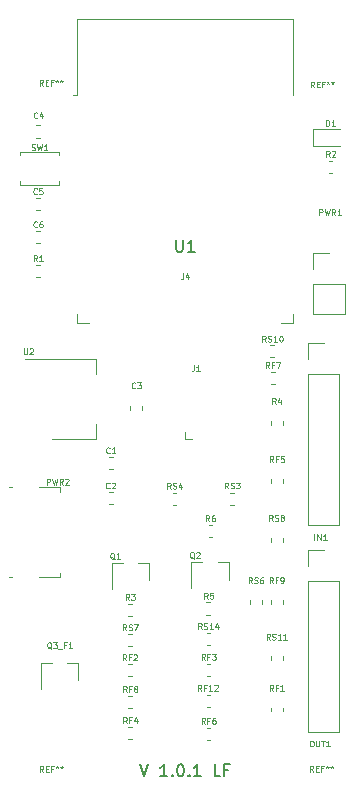
<source format=gto>
G04 #@! TF.GenerationSoftware,KiCad,Pcbnew,(5.1.4)-1*
G04 #@! TF.CreationDate,2019-12-13T15:16:28+08:00*
G04 #@! TF.ProjectId,esp-break,6573702d-6272-4656-916b-2e6b69636164,rev?*
G04 #@! TF.SameCoordinates,Original*
G04 #@! TF.FileFunction,Legend,Top*
G04 #@! TF.FilePolarity,Positive*
%FSLAX46Y46*%
G04 Gerber Fmt 4.6, Leading zero omitted, Abs format (unit mm)*
G04 Created by KiCad (PCBNEW (5.1.4)-1) date 2019-12-13 15:16:28*
%MOMM*%
%LPD*%
G04 APERTURE LIST*
%ADD10C,0.150000*%
%ADD11C,0.120000*%
%ADD12C,0.125000*%
G04 APERTURE END LIST*
D10*
X112778066Y-111720380D02*
X113111400Y-112720380D01*
X113444733Y-111720380D01*
X115063780Y-112720380D02*
X114492352Y-112720380D01*
X114778066Y-112720380D02*
X114778066Y-111720380D01*
X114682828Y-111863238D01*
X114587590Y-111958476D01*
X114492352Y-112006095D01*
X115492352Y-112625142D02*
X115539971Y-112672761D01*
X115492352Y-112720380D01*
X115444733Y-112672761D01*
X115492352Y-112625142D01*
X115492352Y-112720380D01*
X116159019Y-111720380D02*
X116254257Y-111720380D01*
X116349495Y-111768000D01*
X116397114Y-111815619D01*
X116444733Y-111910857D01*
X116492352Y-112101333D01*
X116492352Y-112339428D01*
X116444733Y-112529904D01*
X116397114Y-112625142D01*
X116349495Y-112672761D01*
X116254257Y-112720380D01*
X116159019Y-112720380D01*
X116063780Y-112672761D01*
X116016161Y-112625142D01*
X115968542Y-112529904D01*
X115920923Y-112339428D01*
X115920923Y-112101333D01*
X115968542Y-111910857D01*
X116016161Y-111815619D01*
X116063780Y-111768000D01*
X116159019Y-111720380D01*
X116920923Y-112625142D02*
X116968542Y-112672761D01*
X116920923Y-112720380D01*
X116873304Y-112672761D01*
X116920923Y-112625142D01*
X116920923Y-112720380D01*
X117920923Y-112720380D02*
X117349495Y-112720380D01*
X117635209Y-112720380D02*
X117635209Y-111720380D01*
X117539971Y-111863238D01*
X117444733Y-111958476D01*
X117349495Y-112006095D01*
X119587590Y-112720380D02*
X119111400Y-112720380D01*
X119111400Y-111720380D01*
X120254257Y-112196571D02*
X119920923Y-112196571D01*
X119920923Y-112720380D02*
X119920923Y-111720380D01*
X120397114Y-111720380D01*
D11*
X118729979Y-105839800D02*
X118404421Y-105839800D01*
X118729979Y-106859800D02*
X118404421Y-106859800D01*
X118404421Y-104218200D02*
X118729979Y-104218200D01*
X118404421Y-103198200D02*
X118729979Y-103198200D01*
X118404421Y-101627400D02*
X118729979Y-101627400D01*
X118404421Y-100607400D02*
X118729979Y-100607400D01*
X118401421Y-99036600D02*
X118726979Y-99036600D01*
X118401421Y-98016600D02*
X118726979Y-98016600D01*
X118412041Y-109623320D02*
X118737599Y-109623320D01*
X118412041Y-108603320D02*
X118737599Y-108603320D01*
X111775021Y-106961400D02*
X112100579Y-106961400D01*
X111775021Y-105941400D02*
X112100579Y-105941400D01*
X111746621Y-104269000D02*
X112072179Y-104269000D01*
X111746621Y-103249000D02*
X112072179Y-103249000D01*
X111772021Y-101729000D02*
X112097579Y-101729000D01*
X111772021Y-100709000D02*
X112097579Y-100709000D01*
X111772021Y-99138200D02*
X112097579Y-99138200D01*
X111772021Y-98118200D02*
X112097579Y-98118200D01*
X112100579Y-108590620D02*
X111775021Y-108590620D01*
X112100579Y-109610620D02*
X111775021Y-109610620D01*
X118579221Y-92483400D02*
X118904779Y-92483400D01*
X118579221Y-91463400D02*
X118904779Y-91463400D01*
X124843000Y-102905779D02*
X124843000Y-102580221D01*
X123823000Y-102905779D02*
X123823000Y-102580221D01*
X115859779Y-88720200D02*
X115534221Y-88720200D01*
X115859779Y-89740200D02*
X115534221Y-89740200D01*
X120736579Y-88720200D02*
X120411021Y-88720200D01*
X120736579Y-89740200D02*
X120411021Y-89740200D01*
X123823000Y-92547221D02*
X123823000Y-92872779D01*
X124843000Y-92547221D02*
X124843000Y-92872779D01*
X123823000Y-87568821D02*
X123823000Y-87894379D01*
X124843000Y-87568821D02*
X124843000Y-87894379D01*
X123823000Y-82641221D02*
X123823000Y-82966779D01*
X124843000Y-82641221D02*
X124843000Y-82966779D01*
X110124021Y-89714800D02*
X110449579Y-89714800D01*
X110124021Y-88694800D02*
X110449579Y-88694800D01*
X110124021Y-86717600D02*
X110449579Y-86717600D01*
X110124021Y-85697600D02*
X110449579Y-85697600D01*
X111958660Y-81358521D02*
X111958660Y-81684079D01*
X112978660Y-81358521D02*
X112978660Y-81684079D01*
X104305779Y-69441600D02*
X103980221Y-69441600D01*
X104305779Y-70461600D02*
X103980221Y-70461600D01*
X129067779Y-60625260D02*
X128742221Y-60625260D01*
X129067779Y-61645260D02*
X128742221Y-61645260D01*
X124848080Y-107239019D02*
X124848080Y-106913461D01*
X123828080Y-107239019D02*
X123828080Y-106913461D01*
X123090400Y-98130579D02*
X123090400Y-97805021D01*
X122070400Y-98130579D02*
X122070400Y-97805021D01*
X123828080Y-97797401D02*
X123828080Y-98122959D01*
X124848080Y-97797401D02*
X124848080Y-98122959D01*
X124140179Y-76248800D02*
X123814621Y-76248800D01*
X124140179Y-77268800D02*
X123814621Y-77268800D01*
X124165579Y-78484000D02*
X123840021Y-78484000D01*
X124165579Y-79504000D02*
X123840021Y-79504000D01*
X103974221Y-67591400D02*
X104299779Y-67591400D01*
X103974221Y-66571400D02*
X104299779Y-66571400D01*
X103974221Y-64797400D02*
X104299779Y-64797400D01*
X103974221Y-63777400D02*
X104299779Y-63777400D01*
X104325639Y-57630600D02*
X104000081Y-57630600D01*
X104325639Y-58650600D02*
X104000081Y-58650600D01*
X127425080Y-59358200D02*
X129710080Y-59358200D01*
X127425080Y-57888200D02*
X127425080Y-59358200D01*
X129710080Y-57888200D02*
X127425080Y-57888200D01*
X105917000Y-60164800D02*
X105917000Y-59864800D01*
X105917000Y-59864800D02*
X102617000Y-59864800D01*
X102617000Y-59864800D02*
X102617000Y-60164800D01*
X105917000Y-62364800D02*
X105917000Y-62664800D01*
X105917000Y-62664800D02*
X102617000Y-62664800D01*
X102617000Y-62664800D02*
X102617000Y-62364800D01*
X107466000Y-73616000D02*
X107466000Y-74396000D01*
X107466000Y-74396000D02*
X108466000Y-74396000D01*
X125706000Y-73616000D02*
X125706000Y-74396000D01*
X125706000Y-74396000D02*
X124706000Y-74396000D01*
X107466000Y-48651000D02*
X125706000Y-48651000D01*
X125706000Y-48651000D02*
X125706000Y-55071000D01*
X107466000Y-48651000D02*
X107466000Y-55071000D01*
X107466000Y-55071000D02*
X107086000Y-55071000D01*
X116560600Y-84201000D02*
X116560600Y-83566000D01*
X117195600Y-84201000D02*
X116560600Y-84201000D01*
X126990800Y-91449200D02*
X129650800Y-91449200D01*
X126990800Y-78689200D02*
X126990800Y-91449200D01*
X129650800Y-78689200D02*
X129650800Y-91449200D01*
X126990800Y-78689200D02*
X129650800Y-78689200D01*
X126990800Y-77419200D02*
X126990800Y-76089200D01*
X126990800Y-76089200D02*
X128320800Y-76089200D01*
X126990800Y-93589800D02*
X128320800Y-93589800D01*
X126990800Y-94919800D02*
X126990800Y-93589800D01*
X126990800Y-96189800D02*
X129650800Y-96189800D01*
X129650800Y-96189800D02*
X129650800Y-108949800D01*
X126990800Y-96189800D02*
X126990800Y-108949800D01*
X126990800Y-108949800D02*
X129650800Y-108949800D01*
X127427680Y-73631100D02*
X130087680Y-73631100D01*
X127427680Y-71031100D02*
X127427680Y-73631100D01*
X130087680Y-71031100D02*
X130087680Y-73631100D01*
X127427680Y-71031100D02*
X130087680Y-71031100D01*
X127427680Y-69761100D02*
X127427680Y-68431100D01*
X127427680Y-68431100D02*
X128757680Y-68431100D01*
X113543200Y-94677200D02*
X113543200Y-96137200D01*
X110383200Y-94677200D02*
X110383200Y-96837200D01*
X110383200Y-94677200D02*
X111313200Y-94677200D01*
X113543200Y-94677200D02*
X112613200Y-94677200D01*
X120274200Y-94617000D02*
X119344200Y-94617000D01*
X117114200Y-94617000D02*
X118044200Y-94617000D01*
X117114200Y-94617000D02*
X117114200Y-96777000D01*
X120274200Y-94617000D02*
X120274200Y-96077000D01*
X109072200Y-84207400D02*
X109072200Y-82947400D01*
X109072200Y-77387400D02*
X109072200Y-78647400D01*
X105312200Y-84207400D02*
X109072200Y-84207400D01*
X103062200Y-77387400D02*
X109072200Y-77387400D01*
X107548800Y-103142000D02*
X106618800Y-103142000D01*
X104388800Y-103142000D02*
X105318800Y-103142000D01*
X104388800Y-103142000D02*
X104388800Y-105302000D01*
X107548800Y-103142000D02*
X107548800Y-104602000D01*
X106002400Y-95885000D02*
X106002400Y-95505000D01*
X101952400Y-95885000D02*
X101692400Y-95885000D01*
X106002400Y-95885000D02*
X104232400Y-95885000D01*
X106002400Y-88265000D02*
X106002400Y-88645000D01*
X104232400Y-88265000D02*
X106002400Y-88265000D01*
X101692400Y-88265000D02*
X101952400Y-88265000D01*
D12*
X117978145Y-105486330D02*
X117811479Y-105248235D01*
X117692431Y-105486330D02*
X117692431Y-104986330D01*
X117882907Y-104986330D01*
X117930526Y-105010140D01*
X117954336Y-105033949D01*
X117978145Y-105081568D01*
X117978145Y-105152997D01*
X117954336Y-105200616D01*
X117930526Y-105224425D01*
X117882907Y-105248235D01*
X117692431Y-105248235D01*
X118359098Y-105224425D02*
X118192431Y-105224425D01*
X118192431Y-105486330D02*
X118192431Y-104986330D01*
X118430526Y-104986330D01*
X118882907Y-105486330D02*
X118597193Y-105486330D01*
X118740050Y-105486330D02*
X118740050Y-104986330D01*
X118692431Y-105057759D01*
X118644812Y-105105378D01*
X118597193Y-105129187D01*
X119073383Y-105033949D02*
X119097193Y-105010140D01*
X119144812Y-104986330D01*
X119263860Y-104986330D01*
X119311479Y-105010140D01*
X119335288Y-105033949D01*
X119359098Y-105081568D01*
X119359098Y-105129187D01*
X119335288Y-105200616D01*
X119049574Y-105486330D01*
X119359098Y-105486330D01*
X118272120Y-102867590D02*
X118105454Y-102629495D01*
X117986406Y-102867590D02*
X117986406Y-102367590D01*
X118176882Y-102367590D01*
X118224501Y-102391400D01*
X118248311Y-102415209D01*
X118272120Y-102462828D01*
X118272120Y-102534257D01*
X118248311Y-102581876D01*
X118224501Y-102605685D01*
X118176882Y-102629495D01*
X117986406Y-102629495D01*
X118653073Y-102605685D02*
X118486406Y-102605685D01*
X118486406Y-102867590D02*
X118486406Y-102367590D01*
X118724501Y-102367590D01*
X118867359Y-102367590D02*
X119176882Y-102367590D01*
X119010216Y-102558066D01*
X119081644Y-102558066D01*
X119129263Y-102581876D01*
X119153073Y-102605685D01*
X119176882Y-102653304D01*
X119176882Y-102772352D01*
X119153073Y-102819971D01*
X119129263Y-102843780D01*
X119081644Y-102867590D01*
X118938787Y-102867590D01*
X118891168Y-102843780D01*
X118867359Y-102819971D01*
X117994976Y-100266630D02*
X117828309Y-100028535D01*
X117709261Y-100266630D02*
X117709261Y-99766630D01*
X117899738Y-99766630D01*
X117947357Y-99790440D01*
X117971166Y-99814249D01*
X117994976Y-99861868D01*
X117994976Y-99933297D01*
X117971166Y-99980916D01*
X117947357Y-100004725D01*
X117899738Y-100028535D01*
X117709261Y-100028535D01*
X118185452Y-100242820D02*
X118256880Y-100266630D01*
X118375928Y-100266630D01*
X118423547Y-100242820D01*
X118447357Y-100219011D01*
X118471166Y-100171392D01*
X118471166Y-100123773D01*
X118447357Y-100076154D01*
X118423547Y-100052344D01*
X118375928Y-100028535D01*
X118280690Y-100004725D01*
X118233071Y-99980916D01*
X118209261Y-99957106D01*
X118185452Y-99909487D01*
X118185452Y-99861868D01*
X118209261Y-99814249D01*
X118233071Y-99790440D01*
X118280690Y-99766630D01*
X118399738Y-99766630D01*
X118471166Y-99790440D01*
X118947357Y-100266630D02*
X118661642Y-100266630D01*
X118804500Y-100266630D02*
X118804500Y-99766630D01*
X118756880Y-99838059D01*
X118709261Y-99885678D01*
X118661642Y-99909487D01*
X119375928Y-99933297D02*
X119375928Y-100266630D01*
X119256880Y-99742820D02*
X119137833Y-100099963D01*
X119447357Y-100099963D01*
X118488946Y-97688530D02*
X118322280Y-97450435D01*
X118203232Y-97688530D02*
X118203232Y-97188530D01*
X118393708Y-97188530D01*
X118441327Y-97212340D01*
X118465137Y-97236149D01*
X118488946Y-97283768D01*
X118488946Y-97355197D01*
X118465137Y-97402816D01*
X118441327Y-97426625D01*
X118393708Y-97450435D01*
X118203232Y-97450435D01*
X118941327Y-97188530D02*
X118703232Y-97188530D01*
X118679422Y-97426625D01*
X118703232Y-97402816D01*
X118750851Y-97379006D01*
X118869899Y-97379006D01*
X118917518Y-97402816D01*
X118941327Y-97426625D01*
X118965137Y-97474244D01*
X118965137Y-97593292D01*
X118941327Y-97640911D01*
X118917518Y-97664720D01*
X118869899Y-97688530D01*
X118750851Y-97688530D01*
X118703232Y-97664720D01*
X118679422Y-97640911D01*
X118271660Y-108275250D02*
X118104994Y-108037155D01*
X117985946Y-108275250D02*
X117985946Y-107775250D01*
X118176422Y-107775250D01*
X118224041Y-107799060D01*
X118247851Y-107822869D01*
X118271660Y-107870488D01*
X118271660Y-107941917D01*
X118247851Y-107989536D01*
X118224041Y-108013345D01*
X118176422Y-108037155D01*
X117985946Y-108037155D01*
X118652613Y-108013345D02*
X118485946Y-108013345D01*
X118485946Y-108275250D02*
X118485946Y-107775250D01*
X118724041Y-107775250D01*
X119128803Y-107775250D02*
X119033565Y-107775250D01*
X118985946Y-107799060D01*
X118962137Y-107822869D01*
X118914518Y-107894298D01*
X118890708Y-107989536D01*
X118890708Y-108180012D01*
X118914518Y-108227631D01*
X118938327Y-108251440D01*
X118985946Y-108275250D01*
X119081184Y-108275250D01*
X119128803Y-108251440D01*
X119152613Y-108227631D01*
X119176422Y-108180012D01*
X119176422Y-108060964D01*
X119152613Y-108013345D01*
X119128803Y-107989536D01*
X119081184Y-107965726D01*
X118985946Y-107965726D01*
X118938327Y-107989536D01*
X118914518Y-108013345D01*
X118890708Y-108060964D01*
X111650340Y-105587930D02*
X111483674Y-105349835D01*
X111364626Y-105587930D02*
X111364626Y-105087930D01*
X111555102Y-105087930D01*
X111602721Y-105111740D01*
X111626531Y-105135549D01*
X111650340Y-105183168D01*
X111650340Y-105254597D01*
X111626531Y-105302216D01*
X111602721Y-105326025D01*
X111555102Y-105349835D01*
X111364626Y-105349835D01*
X112031293Y-105326025D02*
X111864626Y-105326025D01*
X111864626Y-105587930D02*
X111864626Y-105087930D01*
X112102721Y-105087930D01*
X112364626Y-105302216D02*
X112317007Y-105278406D01*
X112293198Y-105254597D01*
X112269388Y-105206978D01*
X112269388Y-105183168D01*
X112293198Y-105135549D01*
X112317007Y-105111740D01*
X112364626Y-105087930D01*
X112459864Y-105087930D01*
X112507483Y-105111740D01*
X112531293Y-105135549D01*
X112555102Y-105183168D01*
X112555102Y-105206978D01*
X112531293Y-105254597D01*
X112507483Y-105278406D01*
X112459864Y-105302216D01*
X112364626Y-105302216D01*
X112317007Y-105326025D01*
X112293198Y-105349835D01*
X112269388Y-105397454D01*
X112269388Y-105492692D01*
X112293198Y-105540311D01*
X112317007Y-105564120D01*
X112364626Y-105587930D01*
X112459864Y-105587930D01*
X112507483Y-105564120D01*
X112531293Y-105540311D01*
X112555102Y-105492692D01*
X112555102Y-105397454D01*
X112531293Y-105349835D01*
X112507483Y-105326025D01*
X112459864Y-105302216D01*
X111607160Y-102918390D02*
X111440494Y-102680295D01*
X111321446Y-102918390D02*
X111321446Y-102418390D01*
X111511922Y-102418390D01*
X111559541Y-102442200D01*
X111583351Y-102466009D01*
X111607160Y-102513628D01*
X111607160Y-102585057D01*
X111583351Y-102632676D01*
X111559541Y-102656485D01*
X111511922Y-102680295D01*
X111321446Y-102680295D01*
X111988113Y-102656485D02*
X111821446Y-102656485D01*
X111821446Y-102918390D02*
X111821446Y-102418390D01*
X112059541Y-102418390D01*
X112226208Y-102466009D02*
X112250018Y-102442200D01*
X112297637Y-102418390D01*
X112416684Y-102418390D01*
X112464303Y-102442200D01*
X112488113Y-102466009D01*
X112511922Y-102513628D01*
X112511922Y-102561247D01*
X112488113Y-102632676D01*
X112202399Y-102918390D01*
X112511922Y-102918390D01*
X111623991Y-100370770D02*
X111457324Y-100132675D01*
X111338277Y-100370770D02*
X111338277Y-99870770D01*
X111528753Y-99870770D01*
X111576372Y-99894580D01*
X111600181Y-99918389D01*
X111623991Y-99966008D01*
X111623991Y-100037437D01*
X111600181Y-100085056D01*
X111576372Y-100108865D01*
X111528753Y-100132675D01*
X111338277Y-100132675D01*
X111814467Y-100346960D02*
X111885896Y-100370770D01*
X112004943Y-100370770D01*
X112052562Y-100346960D01*
X112076372Y-100323151D01*
X112100181Y-100275532D01*
X112100181Y-100227913D01*
X112076372Y-100180294D01*
X112052562Y-100156484D01*
X112004943Y-100132675D01*
X111909705Y-100108865D01*
X111862086Y-100085056D01*
X111838277Y-100061246D01*
X111814467Y-100013627D01*
X111814467Y-99966008D01*
X111838277Y-99918389D01*
X111862086Y-99894580D01*
X111909705Y-99870770D01*
X112028753Y-99870770D01*
X112100181Y-99894580D01*
X112266848Y-99870770D02*
X112600181Y-99870770D01*
X112385896Y-100370770D01*
X111857006Y-97792670D02*
X111690340Y-97554575D01*
X111571292Y-97792670D02*
X111571292Y-97292670D01*
X111761768Y-97292670D01*
X111809387Y-97316480D01*
X111833197Y-97340289D01*
X111857006Y-97387908D01*
X111857006Y-97459337D01*
X111833197Y-97506956D01*
X111809387Y-97530765D01*
X111761768Y-97554575D01*
X111571292Y-97554575D01*
X112023673Y-97292670D02*
X112333197Y-97292670D01*
X112166530Y-97483146D01*
X112237959Y-97483146D01*
X112285578Y-97506956D01*
X112309387Y-97530765D01*
X112333197Y-97578384D01*
X112333197Y-97697432D01*
X112309387Y-97745051D01*
X112285578Y-97768860D01*
X112237959Y-97792670D01*
X112095101Y-97792670D01*
X112047482Y-97768860D01*
X112023673Y-97745051D01*
X111655420Y-108247310D02*
X111488754Y-108009215D01*
X111369706Y-108247310D02*
X111369706Y-107747310D01*
X111560182Y-107747310D01*
X111607801Y-107771120D01*
X111631611Y-107794929D01*
X111655420Y-107842548D01*
X111655420Y-107913977D01*
X111631611Y-107961596D01*
X111607801Y-107985405D01*
X111560182Y-108009215D01*
X111369706Y-108009215D01*
X112036373Y-107985405D02*
X111869706Y-107985405D01*
X111869706Y-108247310D02*
X111869706Y-107747310D01*
X112107801Y-107747310D01*
X112512563Y-107913977D02*
X112512563Y-108247310D01*
X112393516Y-107723500D02*
X112274468Y-108080643D01*
X112583992Y-108080643D01*
X118641346Y-91137870D02*
X118474680Y-90899775D01*
X118355632Y-91137870D02*
X118355632Y-90637870D01*
X118546108Y-90637870D01*
X118593727Y-90661680D01*
X118617537Y-90685489D01*
X118641346Y-90733108D01*
X118641346Y-90804537D01*
X118617537Y-90852156D01*
X118593727Y-90875965D01*
X118546108Y-90899775D01*
X118355632Y-90899775D01*
X119069918Y-90637870D02*
X118974680Y-90637870D01*
X118927060Y-90661680D01*
X118903251Y-90685489D01*
X118855632Y-90756918D01*
X118831822Y-90852156D01*
X118831822Y-91042632D01*
X118855632Y-91090251D01*
X118879441Y-91114060D01*
X118927060Y-91137870D01*
X119022299Y-91137870D01*
X119069918Y-91114060D01*
X119093727Y-91090251D01*
X119117537Y-91042632D01*
X119117537Y-90923584D01*
X119093727Y-90875965D01*
X119069918Y-90852156D01*
X119022299Y-90828346D01*
X118927060Y-90828346D01*
X118879441Y-90852156D01*
X118855632Y-90875965D01*
X118831822Y-90923584D01*
X123776016Y-101160710D02*
X123609349Y-100922615D01*
X123490301Y-101160710D02*
X123490301Y-100660710D01*
X123680778Y-100660710D01*
X123728397Y-100684520D01*
X123752206Y-100708329D01*
X123776016Y-100755948D01*
X123776016Y-100827377D01*
X123752206Y-100874996D01*
X123728397Y-100898805D01*
X123680778Y-100922615D01*
X123490301Y-100922615D01*
X123966492Y-101136900D02*
X124037920Y-101160710D01*
X124156968Y-101160710D01*
X124204587Y-101136900D01*
X124228397Y-101113091D01*
X124252206Y-101065472D01*
X124252206Y-101017853D01*
X124228397Y-100970234D01*
X124204587Y-100946424D01*
X124156968Y-100922615D01*
X124061730Y-100898805D01*
X124014111Y-100874996D01*
X123990301Y-100851186D01*
X123966492Y-100803567D01*
X123966492Y-100755948D01*
X123990301Y-100708329D01*
X124014111Y-100684520D01*
X124061730Y-100660710D01*
X124180778Y-100660710D01*
X124252206Y-100684520D01*
X124728397Y-101160710D02*
X124442682Y-101160710D01*
X124585540Y-101160710D02*
X124585540Y-100660710D01*
X124537920Y-100732139D01*
X124490301Y-100779758D01*
X124442682Y-100803567D01*
X125204587Y-101160710D02*
X124918873Y-101160710D01*
X125061730Y-101160710D02*
X125061730Y-100660710D01*
X125014111Y-100732139D01*
X124966492Y-100779758D01*
X124918873Y-100803567D01*
X115375571Y-88384510D02*
X115208904Y-88146415D01*
X115089857Y-88384510D02*
X115089857Y-87884510D01*
X115280333Y-87884510D01*
X115327952Y-87908320D01*
X115351761Y-87932129D01*
X115375571Y-87979748D01*
X115375571Y-88051177D01*
X115351761Y-88098796D01*
X115327952Y-88122605D01*
X115280333Y-88146415D01*
X115089857Y-88146415D01*
X115566047Y-88360700D02*
X115637476Y-88384510D01*
X115756523Y-88384510D01*
X115804142Y-88360700D01*
X115827952Y-88336891D01*
X115851761Y-88289272D01*
X115851761Y-88241653D01*
X115827952Y-88194034D01*
X115804142Y-88170224D01*
X115756523Y-88146415D01*
X115661285Y-88122605D01*
X115613666Y-88098796D01*
X115589857Y-88074986D01*
X115566047Y-88027367D01*
X115566047Y-87979748D01*
X115589857Y-87932129D01*
X115613666Y-87908320D01*
X115661285Y-87884510D01*
X115780333Y-87884510D01*
X115851761Y-87908320D01*
X116280333Y-88051177D02*
X116280333Y-88384510D01*
X116161285Y-87860700D02*
X116042238Y-88217843D01*
X116351761Y-88217843D01*
X120252371Y-88361650D02*
X120085704Y-88123555D01*
X119966657Y-88361650D02*
X119966657Y-87861650D01*
X120157133Y-87861650D01*
X120204752Y-87885460D01*
X120228561Y-87909269D01*
X120252371Y-87956888D01*
X120252371Y-88028317D01*
X120228561Y-88075936D01*
X120204752Y-88099745D01*
X120157133Y-88123555D01*
X119966657Y-88123555D01*
X120442847Y-88337840D02*
X120514276Y-88361650D01*
X120633323Y-88361650D01*
X120680942Y-88337840D01*
X120704752Y-88314031D01*
X120728561Y-88266412D01*
X120728561Y-88218793D01*
X120704752Y-88171174D01*
X120680942Y-88147364D01*
X120633323Y-88123555D01*
X120538085Y-88099745D01*
X120490466Y-88075936D01*
X120466657Y-88052126D01*
X120442847Y-88004507D01*
X120442847Y-87956888D01*
X120466657Y-87909269D01*
X120490466Y-87885460D01*
X120538085Y-87861650D01*
X120657133Y-87861650D01*
X120728561Y-87885460D01*
X120895228Y-87861650D02*
X121204752Y-87861650D01*
X121038085Y-88052126D01*
X121109514Y-88052126D01*
X121157133Y-88075936D01*
X121180942Y-88099745D01*
X121204752Y-88147364D01*
X121204752Y-88266412D01*
X121180942Y-88314031D01*
X121157133Y-88337840D01*
X121109514Y-88361650D01*
X120966657Y-88361650D01*
X120919038Y-88337840D01*
X120895228Y-88314031D01*
X124003951Y-91104850D02*
X123837284Y-90866755D01*
X123718237Y-91104850D02*
X123718237Y-90604850D01*
X123908713Y-90604850D01*
X123956332Y-90628660D01*
X123980141Y-90652469D01*
X124003951Y-90700088D01*
X124003951Y-90771517D01*
X123980141Y-90819136D01*
X123956332Y-90842945D01*
X123908713Y-90866755D01*
X123718237Y-90866755D01*
X124194427Y-91081040D02*
X124265856Y-91104850D01*
X124384903Y-91104850D01*
X124432522Y-91081040D01*
X124456332Y-91057231D01*
X124480141Y-91009612D01*
X124480141Y-90961993D01*
X124456332Y-90914374D01*
X124432522Y-90890564D01*
X124384903Y-90866755D01*
X124289665Y-90842945D01*
X124242046Y-90819136D01*
X124218237Y-90795326D01*
X124194427Y-90747707D01*
X124194427Y-90700088D01*
X124218237Y-90652469D01*
X124242046Y-90628660D01*
X124289665Y-90604850D01*
X124408713Y-90604850D01*
X124480141Y-90628660D01*
X124765856Y-90819136D02*
X124718237Y-90795326D01*
X124694427Y-90771517D01*
X124670618Y-90723898D01*
X124670618Y-90700088D01*
X124694427Y-90652469D01*
X124718237Y-90628660D01*
X124765856Y-90604850D01*
X124861094Y-90604850D01*
X124908713Y-90628660D01*
X124932522Y-90652469D01*
X124956332Y-90700088D01*
X124956332Y-90723898D01*
X124932522Y-90771517D01*
X124908713Y-90795326D01*
X124861094Y-90819136D01*
X124765856Y-90819136D01*
X124718237Y-90842945D01*
X124694427Y-90866755D01*
X124670618Y-90914374D01*
X124670618Y-91009612D01*
X124694427Y-91057231D01*
X124718237Y-91081040D01*
X124765856Y-91104850D01*
X124861094Y-91104850D01*
X124908713Y-91081040D01*
X124932522Y-91057231D01*
X124956332Y-91009612D01*
X124956332Y-90914374D01*
X124932522Y-90866755D01*
X124908713Y-90842945D01*
X124861094Y-90819136D01*
X124053160Y-86131530D02*
X123886494Y-85893435D01*
X123767446Y-86131530D02*
X123767446Y-85631530D01*
X123957922Y-85631530D01*
X124005541Y-85655340D01*
X124029351Y-85679149D01*
X124053160Y-85726768D01*
X124053160Y-85798197D01*
X124029351Y-85845816D01*
X124005541Y-85869625D01*
X123957922Y-85893435D01*
X123767446Y-85893435D01*
X124434113Y-85869625D02*
X124267446Y-85869625D01*
X124267446Y-86131530D02*
X124267446Y-85631530D01*
X124505541Y-85631530D01*
X124934113Y-85631530D02*
X124696018Y-85631530D01*
X124672208Y-85869625D01*
X124696018Y-85845816D01*
X124743637Y-85822006D01*
X124862684Y-85822006D01*
X124910303Y-85845816D01*
X124934113Y-85869625D01*
X124957922Y-85917244D01*
X124957922Y-86036292D01*
X124934113Y-86083911D01*
X124910303Y-86107720D01*
X124862684Y-86131530D01*
X124743637Y-86131530D01*
X124696018Y-86107720D01*
X124672208Y-86083911D01*
X124249666Y-81219170D02*
X124083000Y-80981075D01*
X123963952Y-81219170D02*
X123963952Y-80719170D01*
X124154428Y-80719170D01*
X124202047Y-80742980D01*
X124225857Y-80766789D01*
X124249666Y-80814408D01*
X124249666Y-80885837D01*
X124225857Y-80933456D01*
X124202047Y-80957265D01*
X124154428Y-80981075D01*
X123963952Y-80981075D01*
X124678238Y-80885837D02*
X124678238Y-81219170D01*
X124559190Y-80695360D02*
X124440142Y-81052503D01*
X124749666Y-81052503D01*
X110193306Y-88314031D02*
X110169497Y-88337840D01*
X110098068Y-88361650D01*
X110050449Y-88361650D01*
X109979020Y-88337840D01*
X109931401Y-88290221D01*
X109907592Y-88242602D01*
X109883782Y-88147364D01*
X109883782Y-88075936D01*
X109907592Y-87980698D01*
X109931401Y-87933079D01*
X109979020Y-87885460D01*
X110050449Y-87861650D01*
X110098068Y-87861650D01*
X110169497Y-87885460D01*
X110193306Y-87909269D01*
X110383782Y-87909269D02*
X110407592Y-87885460D01*
X110455211Y-87861650D01*
X110574259Y-87861650D01*
X110621878Y-87885460D01*
X110645687Y-87909269D01*
X110669497Y-87956888D01*
X110669497Y-88004507D01*
X110645687Y-88075936D01*
X110359973Y-88361650D01*
X110669497Y-88361650D01*
X110198386Y-85324451D02*
X110174577Y-85348260D01*
X110103148Y-85372070D01*
X110055529Y-85372070D01*
X109984100Y-85348260D01*
X109936481Y-85300641D01*
X109912672Y-85253022D01*
X109888862Y-85157784D01*
X109888862Y-85086356D01*
X109912672Y-84991118D01*
X109936481Y-84943499D01*
X109984100Y-84895880D01*
X110055529Y-84872070D01*
X110103148Y-84872070D01*
X110174577Y-84895880D01*
X110198386Y-84919689D01*
X110674577Y-85372070D02*
X110388862Y-85372070D01*
X110531720Y-85372070D02*
X110531720Y-84872070D01*
X110484100Y-84943499D01*
X110436481Y-84991118D01*
X110388862Y-85014927D01*
X112375166Y-79840591D02*
X112351357Y-79864400D01*
X112279928Y-79888210D01*
X112232309Y-79888210D01*
X112160880Y-79864400D01*
X112113261Y-79816781D01*
X112089452Y-79769162D01*
X112065642Y-79673924D01*
X112065642Y-79602496D01*
X112089452Y-79507258D01*
X112113261Y-79459639D01*
X112160880Y-79412020D01*
X112232309Y-79388210D01*
X112279928Y-79388210D01*
X112351357Y-79412020D01*
X112375166Y-79435829D01*
X112541833Y-79388210D02*
X112851357Y-79388210D01*
X112684690Y-79578686D01*
X112756119Y-79578686D01*
X112803738Y-79602496D01*
X112827547Y-79626305D01*
X112851357Y-79673924D01*
X112851357Y-79792972D01*
X112827547Y-79840591D01*
X112803738Y-79864400D01*
X112756119Y-79888210D01*
X112613261Y-79888210D01*
X112565642Y-79864400D01*
X112541833Y-79840591D01*
X104061746Y-69123690D02*
X103895080Y-68885595D01*
X103776032Y-69123690D02*
X103776032Y-68623690D01*
X103966508Y-68623690D01*
X104014127Y-68647500D01*
X104037937Y-68671309D01*
X104061746Y-68718928D01*
X104061746Y-68790357D01*
X104037937Y-68837976D01*
X104014127Y-68861785D01*
X103966508Y-68885595D01*
X103776032Y-68885595D01*
X104537937Y-69123690D02*
X104252222Y-69123690D01*
X104395080Y-69123690D02*
X104395080Y-68623690D01*
X104347460Y-68695119D01*
X104299841Y-68742738D01*
X104252222Y-68766547D01*
X128824206Y-60276870D02*
X128657540Y-60038775D01*
X128538492Y-60276870D02*
X128538492Y-59776870D01*
X128728968Y-59776870D01*
X128776587Y-59800680D01*
X128800397Y-59824489D01*
X128824206Y-59872108D01*
X128824206Y-59943537D01*
X128800397Y-59991156D01*
X128776587Y-60014965D01*
X128728968Y-60038775D01*
X128538492Y-60038775D01*
X129014682Y-59824489D02*
X129038492Y-59800680D01*
X129086111Y-59776870D01*
X129205159Y-59776870D01*
X129252778Y-59800680D01*
X129276587Y-59824489D01*
X129300397Y-59872108D01*
X129300397Y-59919727D01*
X129276587Y-59991156D01*
X128990873Y-60276870D01*
X129300397Y-60276870D01*
X124043000Y-105486330D02*
X123876334Y-105248235D01*
X123757286Y-105486330D02*
X123757286Y-104986330D01*
X123947762Y-104986330D01*
X123995381Y-105010140D01*
X124019191Y-105033949D01*
X124043000Y-105081568D01*
X124043000Y-105152997D01*
X124019191Y-105200616D01*
X123995381Y-105224425D01*
X123947762Y-105248235D01*
X123757286Y-105248235D01*
X124423953Y-105224425D02*
X124257286Y-105224425D01*
X124257286Y-105486330D02*
X124257286Y-104986330D01*
X124495381Y-104986330D01*
X124947762Y-105486330D02*
X124662048Y-105486330D01*
X124804905Y-105486330D02*
X124804905Y-104986330D01*
X124757286Y-105057759D01*
X124709667Y-105105378D01*
X124662048Y-105129187D01*
X122258971Y-96393130D02*
X122092304Y-96155035D01*
X121973257Y-96393130D02*
X121973257Y-95893130D01*
X122163733Y-95893130D01*
X122211352Y-95916940D01*
X122235161Y-95940749D01*
X122258971Y-95988368D01*
X122258971Y-96059797D01*
X122235161Y-96107416D01*
X122211352Y-96131225D01*
X122163733Y-96155035D01*
X121973257Y-96155035D01*
X122449447Y-96369320D02*
X122520876Y-96393130D01*
X122639923Y-96393130D01*
X122687542Y-96369320D01*
X122711352Y-96345511D01*
X122735161Y-96297892D01*
X122735161Y-96250273D01*
X122711352Y-96202654D01*
X122687542Y-96178844D01*
X122639923Y-96155035D01*
X122544685Y-96131225D01*
X122497066Y-96107416D01*
X122473257Y-96083606D01*
X122449447Y-96035987D01*
X122449447Y-95988368D01*
X122473257Y-95940749D01*
X122497066Y-95916940D01*
X122544685Y-95893130D01*
X122663733Y-95893130D01*
X122735161Y-95916940D01*
X123163733Y-95893130D02*
X123068495Y-95893130D01*
X123020876Y-95916940D01*
X122997066Y-95940749D01*
X122949447Y-96012178D01*
X122925638Y-96107416D01*
X122925638Y-96297892D01*
X122949447Y-96345511D01*
X122973257Y-96369320D01*
X123020876Y-96393130D01*
X123116114Y-96393130D01*
X123163733Y-96369320D01*
X123187542Y-96345511D01*
X123211352Y-96297892D01*
X123211352Y-96178844D01*
X123187542Y-96131225D01*
X123163733Y-96107416D01*
X123116114Y-96083606D01*
X123020876Y-96083606D01*
X122973257Y-96107416D01*
X122949447Y-96131225D01*
X122925638Y-96178844D01*
X124032840Y-96377890D02*
X123866174Y-96139795D01*
X123747126Y-96377890D02*
X123747126Y-95877890D01*
X123937602Y-95877890D01*
X123985221Y-95901700D01*
X124009031Y-95925509D01*
X124032840Y-95973128D01*
X124032840Y-96044557D01*
X124009031Y-96092176D01*
X123985221Y-96115985D01*
X123937602Y-96139795D01*
X123747126Y-96139795D01*
X124413793Y-96115985D02*
X124247126Y-96115985D01*
X124247126Y-96377890D02*
X124247126Y-95877890D01*
X124485221Y-95877890D01*
X124699507Y-96377890D02*
X124794745Y-96377890D01*
X124842364Y-96354080D01*
X124866174Y-96330271D01*
X124913793Y-96258842D01*
X124937602Y-96163604D01*
X124937602Y-95973128D01*
X124913793Y-95925509D01*
X124889983Y-95901700D01*
X124842364Y-95877890D01*
X124747126Y-95877890D01*
X124699507Y-95901700D01*
X124675698Y-95925509D01*
X124651888Y-95973128D01*
X124651888Y-96092176D01*
X124675698Y-96139795D01*
X124699507Y-96163604D01*
X124747126Y-96187414D01*
X124842364Y-96187414D01*
X124889983Y-96163604D01*
X124913793Y-96139795D01*
X124937602Y-96092176D01*
X123420416Y-75935970D02*
X123253749Y-75697875D01*
X123134701Y-75935970D02*
X123134701Y-75435970D01*
X123325178Y-75435970D01*
X123372797Y-75459780D01*
X123396606Y-75483589D01*
X123420416Y-75531208D01*
X123420416Y-75602637D01*
X123396606Y-75650256D01*
X123372797Y-75674065D01*
X123325178Y-75697875D01*
X123134701Y-75697875D01*
X123610892Y-75912160D02*
X123682320Y-75935970D01*
X123801368Y-75935970D01*
X123848987Y-75912160D01*
X123872797Y-75888351D01*
X123896606Y-75840732D01*
X123896606Y-75793113D01*
X123872797Y-75745494D01*
X123848987Y-75721684D01*
X123801368Y-75697875D01*
X123706130Y-75674065D01*
X123658511Y-75650256D01*
X123634701Y-75626446D01*
X123610892Y-75578827D01*
X123610892Y-75531208D01*
X123634701Y-75483589D01*
X123658511Y-75459780D01*
X123706130Y-75435970D01*
X123825178Y-75435970D01*
X123896606Y-75459780D01*
X124372797Y-75935970D02*
X124087082Y-75935970D01*
X124229940Y-75935970D02*
X124229940Y-75435970D01*
X124182320Y-75507399D01*
X124134701Y-75555018D01*
X124087082Y-75578827D01*
X124682320Y-75435970D02*
X124729940Y-75435970D01*
X124777559Y-75459780D01*
X124801368Y-75483589D01*
X124825178Y-75531208D01*
X124848987Y-75626446D01*
X124848987Y-75745494D01*
X124825178Y-75840732D01*
X124801368Y-75888351D01*
X124777559Y-75912160D01*
X124729940Y-75935970D01*
X124682320Y-75935970D01*
X124634701Y-75912160D01*
X124610892Y-75888351D01*
X124587082Y-75840732D01*
X124563273Y-75745494D01*
X124563273Y-75626446D01*
X124587082Y-75531208D01*
X124610892Y-75483589D01*
X124634701Y-75459780D01*
X124682320Y-75435970D01*
X123705180Y-78166090D02*
X123538514Y-77927995D01*
X123419466Y-78166090D02*
X123419466Y-77666090D01*
X123609942Y-77666090D01*
X123657561Y-77689900D01*
X123681371Y-77713709D01*
X123705180Y-77761328D01*
X123705180Y-77832757D01*
X123681371Y-77880376D01*
X123657561Y-77904185D01*
X123609942Y-77927995D01*
X123419466Y-77927995D01*
X124086133Y-77904185D02*
X123919466Y-77904185D01*
X123919466Y-78166090D02*
X123919466Y-77666090D01*
X124157561Y-77666090D01*
X124300419Y-77666090D02*
X124633752Y-77666090D01*
X124419466Y-78166090D01*
X104056666Y-66195711D02*
X104032857Y-66219520D01*
X103961428Y-66243330D01*
X103913809Y-66243330D01*
X103842380Y-66219520D01*
X103794761Y-66171901D01*
X103770952Y-66124282D01*
X103747142Y-66029044D01*
X103747142Y-65957616D01*
X103770952Y-65862378D01*
X103794761Y-65814759D01*
X103842380Y-65767140D01*
X103913809Y-65743330D01*
X103961428Y-65743330D01*
X104032857Y-65767140D01*
X104056666Y-65790949D01*
X104485238Y-65743330D02*
X104390000Y-65743330D01*
X104342380Y-65767140D01*
X104318571Y-65790949D01*
X104270952Y-65862378D01*
X104247142Y-65957616D01*
X104247142Y-66148092D01*
X104270952Y-66195711D01*
X104294761Y-66219520D01*
X104342380Y-66243330D01*
X104437619Y-66243330D01*
X104485238Y-66219520D01*
X104509047Y-66195711D01*
X104532857Y-66148092D01*
X104532857Y-66029044D01*
X104509047Y-65981425D01*
X104485238Y-65957616D01*
X104437619Y-65933806D01*
X104342380Y-65933806D01*
X104294761Y-65957616D01*
X104270952Y-65981425D01*
X104247142Y-66029044D01*
X104043966Y-63394091D02*
X104020157Y-63417900D01*
X103948728Y-63441710D01*
X103901109Y-63441710D01*
X103829680Y-63417900D01*
X103782061Y-63370281D01*
X103758252Y-63322662D01*
X103734442Y-63227424D01*
X103734442Y-63155996D01*
X103758252Y-63060758D01*
X103782061Y-63013139D01*
X103829680Y-62965520D01*
X103901109Y-62941710D01*
X103948728Y-62941710D01*
X104020157Y-62965520D01*
X104043966Y-62989329D01*
X104496347Y-62941710D02*
X104258252Y-62941710D01*
X104234442Y-63179805D01*
X104258252Y-63155996D01*
X104305871Y-63132186D01*
X104424919Y-63132186D01*
X104472538Y-63155996D01*
X104496347Y-63179805D01*
X104520157Y-63227424D01*
X104520157Y-63346472D01*
X104496347Y-63394091D01*
X104472538Y-63417900D01*
X104424919Y-63441710D01*
X104305871Y-63441710D01*
X104258252Y-63417900D01*
X104234442Y-63394091D01*
X104076526Y-56972971D02*
X104052717Y-56996780D01*
X103981288Y-57020590D01*
X103933669Y-57020590D01*
X103862240Y-56996780D01*
X103814621Y-56949161D01*
X103790812Y-56901542D01*
X103767002Y-56806304D01*
X103767002Y-56734876D01*
X103790812Y-56639638D01*
X103814621Y-56592019D01*
X103862240Y-56544400D01*
X103933669Y-56520590D01*
X103981288Y-56520590D01*
X104052717Y-56544400D01*
X104076526Y-56568209D01*
X104505098Y-56687257D02*
X104505098Y-57020590D01*
X104386050Y-56496780D02*
X104267002Y-56853923D01*
X104576526Y-56853923D01*
X128525792Y-57680990D02*
X128525792Y-57180990D01*
X128644840Y-57180990D01*
X128716268Y-57204800D01*
X128763887Y-57252419D01*
X128787697Y-57300038D01*
X128811506Y-57395276D01*
X128811506Y-57466704D01*
X128787697Y-57561942D01*
X128763887Y-57609561D01*
X128716268Y-57657180D01*
X128644840Y-57680990D01*
X128525792Y-57680990D01*
X129287697Y-57680990D02*
X129001982Y-57680990D01*
X129144840Y-57680990D02*
X129144840Y-57180990D01*
X129097220Y-57252419D01*
X129049601Y-57300038D01*
X129001982Y-57323847D01*
X103600333Y-59689180D02*
X103671761Y-59712990D01*
X103790809Y-59712990D01*
X103838428Y-59689180D01*
X103862238Y-59665371D01*
X103886047Y-59617752D01*
X103886047Y-59570133D01*
X103862238Y-59522514D01*
X103838428Y-59498704D01*
X103790809Y-59474895D01*
X103695571Y-59451085D01*
X103647952Y-59427276D01*
X103624142Y-59403466D01*
X103600333Y-59355847D01*
X103600333Y-59308228D01*
X103624142Y-59260609D01*
X103647952Y-59236800D01*
X103695571Y-59212990D01*
X103814619Y-59212990D01*
X103886047Y-59236800D01*
X104052714Y-59212990D02*
X104171761Y-59712990D01*
X104267000Y-59355847D01*
X104362238Y-59712990D01*
X104481285Y-59212990D01*
X104933666Y-59712990D02*
X104647952Y-59712990D01*
X104790809Y-59712990D02*
X104790809Y-59212990D01*
X104743190Y-59284419D01*
X104695571Y-59332038D01*
X104647952Y-59355847D01*
X116419333Y-70160390D02*
X116419333Y-70517533D01*
X116395523Y-70588961D01*
X116347904Y-70636580D01*
X116276476Y-70660390D01*
X116228857Y-70660390D01*
X116871714Y-70327057D02*
X116871714Y-70660390D01*
X116752666Y-70136580D02*
X116633619Y-70493723D01*
X116943142Y-70493723D01*
X127522053Y-54409470D02*
X127355386Y-54171375D01*
X127236339Y-54409470D02*
X127236339Y-53909470D01*
X127426815Y-53909470D01*
X127474434Y-53933280D01*
X127498243Y-53957089D01*
X127522053Y-54004708D01*
X127522053Y-54076137D01*
X127498243Y-54123756D01*
X127474434Y-54147565D01*
X127426815Y-54171375D01*
X127236339Y-54171375D01*
X127736339Y-54147565D02*
X127903005Y-54147565D01*
X127974434Y-54409470D02*
X127736339Y-54409470D01*
X127736339Y-53909470D01*
X127974434Y-53909470D01*
X128355386Y-54147565D02*
X128188720Y-54147565D01*
X128188720Y-54409470D02*
X128188720Y-53909470D01*
X128426815Y-53909470D01*
X128688720Y-53909470D02*
X128688720Y-54028518D01*
X128569672Y-53980899D02*
X128688720Y-54028518D01*
X128807767Y-53980899D01*
X128617291Y-54123756D02*
X128688720Y-54028518D01*
X128760148Y-54123756D01*
X129069672Y-53909470D02*
X129069672Y-54028518D01*
X128950624Y-53980899D02*
X129069672Y-54028518D01*
X129188720Y-53980899D01*
X128998243Y-54123756D02*
X129069672Y-54028518D01*
X129141100Y-54123756D01*
X104583313Y-112336710D02*
X104416646Y-112098615D01*
X104297599Y-112336710D02*
X104297599Y-111836710D01*
X104488075Y-111836710D01*
X104535694Y-111860520D01*
X104559503Y-111884329D01*
X104583313Y-111931948D01*
X104583313Y-112003377D01*
X104559503Y-112050996D01*
X104535694Y-112074805D01*
X104488075Y-112098615D01*
X104297599Y-112098615D01*
X104797599Y-112074805D02*
X104964265Y-112074805D01*
X105035694Y-112336710D02*
X104797599Y-112336710D01*
X104797599Y-111836710D01*
X105035694Y-111836710D01*
X105416646Y-112074805D02*
X105249980Y-112074805D01*
X105249980Y-112336710D02*
X105249980Y-111836710D01*
X105488075Y-111836710D01*
X105749980Y-111836710D02*
X105749980Y-111955758D01*
X105630932Y-111908139D02*
X105749980Y-111955758D01*
X105869027Y-111908139D01*
X105678551Y-112050996D02*
X105749980Y-111955758D01*
X105821408Y-112050996D01*
X106130932Y-111836710D02*
X106130932Y-111955758D01*
X106011884Y-111908139D02*
X106130932Y-111955758D01*
X106249980Y-111908139D01*
X106059503Y-112050996D02*
X106130932Y-111955758D01*
X106202360Y-112050996D01*
X127461093Y-112334170D02*
X127294426Y-112096075D01*
X127175379Y-112334170D02*
X127175379Y-111834170D01*
X127365855Y-111834170D01*
X127413474Y-111857980D01*
X127437283Y-111881789D01*
X127461093Y-111929408D01*
X127461093Y-112000837D01*
X127437283Y-112048456D01*
X127413474Y-112072265D01*
X127365855Y-112096075D01*
X127175379Y-112096075D01*
X127675379Y-112072265D02*
X127842045Y-112072265D01*
X127913474Y-112334170D02*
X127675379Y-112334170D01*
X127675379Y-111834170D01*
X127913474Y-111834170D01*
X128294426Y-112072265D02*
X128127760Y-112072265D01*
X128127760Y-112334170D02*
X128127760Y-111834170D01*
X128365855Y-111834170D01*
X128627760Y-111834170D02*
X128627760Y-111953218D01*
X128508712Y-111905599D02*
X128627760Y-111953218D01*
X128746807Y-111905599D01*
X128556331Y-112048456D02*
X128627760Y-111953218D01*
X128699188Y-112048456D01*
X129008712Y-111834170D02*
X129008712Y-111953218D01*
X128889664Y-111905599D02*
X129008712Y-111953218D01*
X129127760Y-111905599D01*
X128937283Y-112048456D02*
X129008712Y-111953218D01*
X129080140Y-112048456D01*
X104557913Y-54251990D02*
X104391246Y-54013895D01*
X104272199Y-54251990D02*
X104272199Y-53751990D01*
X104462675Y-53751990D01*
X104510294Y-53775800D01*
X104534103Y-53799609D01*
X104557913Y-53847228D01*
X104557913Y-53918657D01*
X104534103Y-53966276D01*
X104510294Y-53990085D01*
X104462675Y-54013895D01*
X104272199Y-54013895D01*
X104772199Y-53990085D02*
X104938865Y-53990085D01*
X105010294Y-54251990D02*
X104772199Y-54251990D01*
X104772199Y-53751990D01*
X105010294Y-53751990D01*
X105391246Y-53990085D02*
X105224580Y-53990085D01*
X105224580Y-54251990D02*
X105224580Y-53751990D01*
X105462675Y-53751990D01*
X105724580Y-53751990D02*
X105724580Y-53871038D01*
X105605532Y-53823419D02*
X105724580Y-53871038D01*
X105843627Y-53823419D01*
X105653151Y-53966276D02*
X105724580Y-53871038D01*
X105796008Y-53966276D01*
X106105532Y-53751990D02*
X106105532Y-53871038D01*
X105986484Y-53823419D02*
X106105532Y-53871038D01*
X106224580Y-53823419D01*
X106034103Y-53966276D02*
X106105532Y-53871038D01*
X106176960Y-53966276D01*
D10*
X115824095Y-67321180D02*
X115824095Y-68130704D01*
X115871714Y-68225942D01*
X115919333Y-68273561D01*
X116014571Y-68321180D01*
X116205047Y-68321180D01*
X116300285Y-68273561D01*
X116347904Y-68225942D01*
X116395523Y-68130704D01*
X116395523Y-67321180D01*
X117395523Y-68321180D02*
X116824095Y-68321180D01*
X117109809Y-68321180D02*
X117109809Y-67321180D01*
X117014571Y-67464038D01*
X116919333Y-67559276D01*
X116824095Y-67606895D01*
D12*
X117333733Y-77932790D02*
X117333733Y-78289933D01*
X117309923Y-78361361D01*
X117262304Y-78408980D01*
X117190876Y-78432790D01*
X117143257Y-78432790D01*
X117833733Y-78432790D02*
X117548019Y-78432790D01*
X117690876Y-78432790D02*
X117690876Y-77932790D01*
X117643257Y-78004219D01*
X117595638Y-78051838D01*
X117548019Y-78075647D01*
X127541400Y-92732990D02*
X127541400Y-92232990D01*
X127779495Y-92732990D02*
X127779495Y-92232990D01*
X128065209Y-92732990D01*
X128065209Y-92232990D01*
X128565209Y-92732990D02*
X128279495Y-92732990D01*
X128422352Y-92732990D02*
X128422352Y-92232990D01*
X128374733Y-92304419D01*
X128327114Y-92352038D01*
X128279495Y-92375847D01*
X127252504Y-109708190D02*
X127347742Y-109708190D01*
X127395361Y-109732000D01*
X127442980Y-109779619D01*
X127466790Y-109874857D01*
X127466790Y-110041523D01*
X127442980Y-110136761D01*
X127395361Y-110184380D01*
X127347742Y-110208190D01*
X127252504Y-110208190D01*
X127204885Y-110184380D01*
X127157266Y-110136761D01*
X127133457Y-110041523D01*
X127133457Y-109874857D01*
X127157266Y-109779619D01*
X127204885Y-109732000D01*
X127252504Y-109708190D01*
X127681076Y-109708190D02*
X127681076Y-110112952D01*
X127704885Y-110160571D01*
X127728695Y-110184380D01*
X127776314Y-110208190D01*
X127871552Y-110208190D01*
X127919171Y-110184380D01*
X127942980Y-110160571D01*
X127966790Y-110112952D01*
X127966790Y-109708190D01*
X128133457Y-109708190D02*
X128419171Y-109708190D01*
X128276314Y-110208190D02*
X128276314Y-109708190D01*
X128847742Y-110208190D02*
X128562028Y-110208190D01*
X128704885Y-110208190D02*
X128704885Y-109708190D01*
X128657266Y-109779619D01*
X128609647Y-109827238D01*
X128562028Y-109851047D01*
X127957058Y-65234950D02*
X127957058Y-64734950D01*
X128147534Y-64734950D01*
X128195153Y-64758760D01*
X128218962Y-64782569D01*
X128242772Y-64830188D01*
X128242772Y-64901617D01*
X128218962Y-64949236D01*
X128195153Y-64973045D01*
X128147534Y-64996855D01*
X127957058Y-64996855D01*
X128409439Y-64734950D02*
X128528486Y-65234950D01*
X128623724Y-64877807D01*
X128718962Y-65234950D01*
X128838010Y-64734950D01*
X129314200Y-65234950D02*
X129147534Y-64996855D01*
X129028486Y-65234950D02*
X129028486Y-64734950D01*
X129218962Y-64734950D01*
X129266581Y-64758760D01*
X129290391Y-64782569D01*
X129314200Y-64830188D01*
X129314200Y-64901617D01*
X129290391Y-64949236D01*
X129266581Y-64973045D01*
X129218962Y-64996855D01*
X129028486Y-64996855D01*
X129790391Y-65234950D02*
X129504677Y-65234950D01*
X129647534Y-65234950D02*
X129647534Y-64734950D01*
X129599915Y-64806379D01*
X129552296Y-64853998D01*
X129504677Y-64877807D01*
X110620180Y-94355409D02*
X110572561Y-94331600D01*
X110524942Y-94283980D01*
X110453514Y-94212552D01*
X110405895Y-94188742D01*
X110358276Y-94188742D01*
X110382085Y-94307790D02*
X110334466Y-94283980D01*
X110286847Y-94236361D01*
X110263038Y-94141123D01*
X110263038Y-93974457D01*
X110286847Y-93879219D01*
X110334466Y-93831600D01*
X110382085Y-93807790D01*
X110477323Y-93807790D01*
X110524942Y-93831600D01*
X110572561Y-93879219D01*
X110596371Y-93974457D01*
X110596371Y-94141123D01*
X110572561Y-94236361D01*
X110524942Y-94283980D01*
X110477323Y-94307790D01*
X110382085Y-94307790D01*
X111072561Y-94307790D02*
X110786847Y-94307790D01*
X110929704Y-94307790D02*
X110929704Y-93807790D01*
X110882085Y-93879219D01*
X110834466Y-93926838D01*
X110786847Y-93950647D01*
X117376580Y-94304609D02*
X117328961Y-94280800D01*
X117281342Y-94233180D01*
X117209914Y-94161752D01*
X117162295Y-94137942D01*
X117114676Y-94137942D01*
X117138485Y-94256990D02*
X117090866Y-94233180D01*
X117043247Y-94185561D01*
X117019438Y-94090323D01*
X117019438Y-93923657D01*
X117043247Y-93828419D01*
X117090866Y-93780800D01*
X117138485Y-93756990D01*
X117233723Y-93756990D01*
X117281342Y-93780800D01*
X117328961Y-93828419D01*
X117352771Y-93923657D01*
X117352771Y-94090323D01*
X117328961Y-94185561D01*
X117281342Y-94233180D01*
X117233723Y-94256990D01*
X117138485Y-94256990D01*
X117543247Y-93804609D02*
X117567057Y-93780800D01*
X117614676Y-93756990D01*
X117733723Y-93756990D01*
X117781342Y-93780800D01*
X117805152Y-93804609D01*
X117828961Y-93852228D01*
X117828961Y-93899847D01*
X117805152Y-93971276D01*
X117519438Y-94256990D01*
X117828961Y-94256990D01*
X102920847Y-76484990D02*
X102920847Y-76889752D01*
X102944657Y-76937371D01*
X102968466Y-76961180D01*
X103016085Y-76984990D01*
X103111323Y-76984990D01*
X103158942Y-76961180D01*
X103182752Y-76937371D01*
X103206561Y-76889752D01*
X103206561Y-76484990D01*
X103420847Y-76532609D02*
X103444657Y-76508800D01*
X103492276Y-76484990D01*
X103611323Y-76484990D01*
X103658942Y-76508800D01*
X103682752Y-76532609D01*
X103706561Y-76580228D01*
X103706561Y-76627847D01*
X103682752Y-76699276D01*
X103397038Y-76984990D01*
X103706561Y-76984990D01*
X105278323Y-101931209D02*
X105230704Y-101907400D01*
X105183085Y-101859780D01*
X105111657Y-101788352D01*
X105064038Y-101764542D01*
X105016419Y-101764542D01*
X105040228Y-101883590D02*
X104992609Y-101859780D01*
X104944990Y-101812161D01*
X104921180Y-101716923D01*
X104921180Y-101550257D01*
X104944990Y-101455019D01*
X104992609Y-101407400D01*
X105040228Y-101383590D01*
X105135466Y-101383590D01*
X105183085Y-101407400D01*
X105230704Y-101455019D01*
X105254514Y-101550257D01*
X105254514Y-101716923D01*
X105230704Y-101812161D01*
X105183085Y-101859780D01*
X105135466Y-101883590D01*
X105040228Y-101883590D01*
X105421180Y-101383590D02*
X105730704Y-101383590D01*
X105564038Y-101574066D01*
X105635466Y-101574066D01*
X105683085Y-101597876D01*
X105706895Y-101621685D01*
X105730704Y-101669304D01*
X105730704Y-101788352D01*
X105706895Y-101835971D01*
X105683085Y-101859780D01*
X105635466Y-101883590D01*
X105492609Y-101883590D01*
X105444990Y-101859780D01*
X105421180Y-101835971D01*
X105825942Y-101931209D02*
X106206895Y-101931209D01*
X106492609Y-101621685D02*
X106325942Y-101621685D01*
X106325942Y-101883590D02*
X106325942Y-101383590D01*
X106564038Y-101383590D01*
X107016419Y-101883590D02*
X106730704Y-101883590D01*
X106873561Y-101883590D02*
X106873561Y-101383590D01*
X106825942Y-101455019D01*
X106778323Y-101502638D01*
X106730704Y-101526447D01*
X104886238Y-88033990D02*
X104886238Y-87533990D01*
X105076714Y-87533990D01*
X105124333Y-87557800D01*
X105148142Y-87581609D01*
X105171952Y-87629228D01*
X105171952Y-87700657D01*
X105148142Y-87748276D01*
X105124333Y-87772085D01*
X105076714Y-87795895D01*
X104886238Y-87795895D01*
X105338619Y-87533990D02*
X105457666Y-88033990D01*
X105552904Y-87676847D01*
X105648142Y-88033990D01*
X105767190Y-87533990D01*
X106243380Y-88033990D02*
X106076714Y-87795895D01*
X105957666Y-88033990D02*
X105957666Y-87533990D01*
X106148142Y-87533990D01*
X106195761Y-87557800D01*
X106219571Y-87581609D01*
X106243380Y-87629228D01*
X106243380Y-87700657D01*
X106219571Y-87748276D01*
X106195761Y-87772085D01*
X106148142Y-87795895D01*
X105957666Y-87795895D01*
X106433857Y-87581609D02*
X106457666Y-87557800D01*
X106505285Y-87533990D01*
X106624333Y-87533990D01*
X106671952Y-87557800D01*
X106695761Y-87581609D01*
X106719571Y-87629228D01*
X106719571Y-87676847D01*
X106695761Y-87748276D01*
X106410047Y-88033990D01*
X106719571Y-88033990D01*
M02*

</source>
